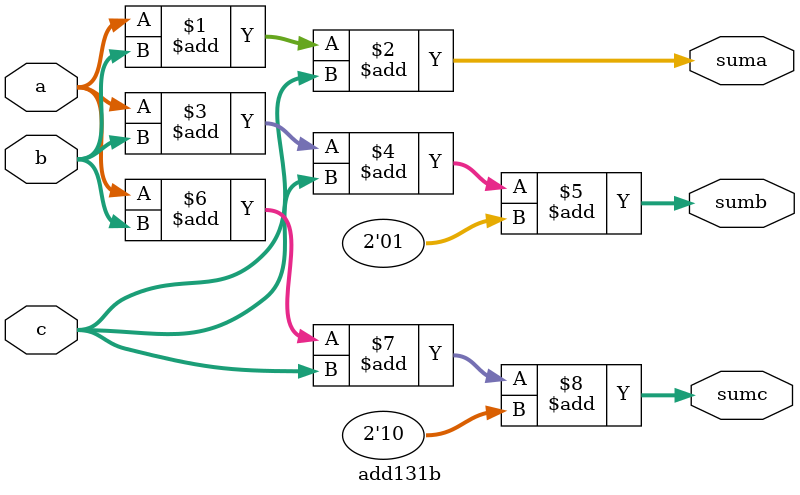
<source format=v>
`timescale 1ns / 1ps

module mpadder5 (
  input wire clk,
  input wire subtract,
  input wire [1026:0] in_a,
  input wire [1026:0] in_b,
  input wire [1026:0] in_c,
  output wire [1027:0] result
);

    wire [1026:0] MuxB = (subtract) ? ~in_b : in_b;
    wire [1027:0] Sum;
    
    
    wire [1027:0] sumA;
    wire [1027:128] sumB;
    wire [1027:128] sumC;
    
    wire [13:0] carryA;
    wire [13:2] carryB;
    wire [13:2] carryC;
        
    assign {carryA[1:0],sumA[127:0]} = in_a[127:0] + MuxB[127:0] + in_c[127:0] + subtract;   
    add128b A2(in_a[255:128], MuxB[255:128], in_c[255:128], sumA[255:128], carryA[3:2], sumB[255:128], carryB[3:2], sumC[255:128], carryC[3:2]);
    add128b A3(in_a[383:256], MuxB[383:256], in_c[383:256], sumA[383:256], carryA[5:4], sumB[383:256], carryB[5:4], sumC[383:256], carryC[5:4]);
    add128b A4(in_a[511:384], MuxB[511:384], in_c[511:384], sumA[511:384], carryA[7:6], sumB[511:384], carryB[7:6], sumC[511:384], carryC[7:6]);
    add128b A5(in_a[639:512], MuxB[639:512], in_c[639:512], sumA[639:512], carryA[9:8], sumB[639:512], carryB[9:8], sumC[639:512], carryC[9:8]);
    add128b A6(in_a[767:640], MuxB[767:640], in_c[767:640], sumA[767:640], carryA[11:10], sumB[767:640], carryB[11:10], sumC[767:640], carryC[11:10]);
    add128b A7(in_a[895:768], MuxB[895:768], in_c[895:768], sumA[895:768], carryA[13:12], sumB[895:768], carryB[13:12], sumC[895:768], carryC[13:12]);
    add131b A8(in_a[1026:896], MuxB[1026:896], in_c[1026:896], sumA[1027:896], sumB[1027:896], sumC[1027:896]);
      
  
  reg [1027:0] regA;
  reg [1027:128] regB;
  reg [1027:128] regC;
  reg [13:0] regcA;
  reg [13:2] regcB;
  reg [13:2] regcC;
  reg sub;
  always @(posedge clk) 
  begin
    regA <= sumA;
    regB <= sumB;
    regC <= sumC;
    regcA <= carryA;
    regcB <= carryB;
    regcC <= carryC;
    sub <= subtract;
  end  
  
  wire [29:0] carry;
  
    assign carry[1:0] = regcA[1:0];
    assign carry[3:2] = carry[1]? (regcC[3:2]): (carry[0]? regcB[3:2]: regcA[3:2]);
    assign carry[5:4] = carry[3]? (regcC[5:4]): (carry[2]? regcB[5:4]: regcA[5:4]);
    assign carry[7:6] = carry[5]? (regcC[7:6]): (carry[4]? regcB[7:6]: regcA[7:6]);
    assign carry[9:8] = carry[7]? (regcC[9:8]): (carry[6]? regcB[9:8]: regcA[9:8]);
    assign carry[11:10] = carry[9]? (regcC[11:10]): (carry[8]? regcB[11:10]: regcA[11:10]);
    assign carry[13:12] = carry[11]? (regcC[13:12]): (carry[10]? regcB[13:12]: regcA[13:12]);
  
    assign Sum[127:0] = regA[127:0];
    assign Sum[255:128] = carry[1]? (regC[255:128]) : (carry[0]? regB[255:128]: regA[255:128]);
    assign Sum[383:256] = carry[3]? (regC[383:256]) : (carry[2]? regB[383:256]: regA[383:256]);
    assign Sum[511:384] = carry[5]? (regC[511:384]) : (carry[4]? regB[511:384]: regA[511:384]);
    assign Sum[639:512] = carry[7]? (regC[639:512]) : (carry[6]? regB[639:512]: regA[639:512]);
    assign Sum[767:640] = carry[9]? (regC[767:640]) : (carry[8]? regB[767:640]: regA[767:640]);
    assign Sum[895:768] = carry[11]? (regC[895:768]) : (carry[10]? regB[895:768]: regA[895:768]);
    assign Sum[1027:896] = carry[13]? (regC[1027:896]) : (carry[12]? regB[1027:896]: regA[1027:896]);

  wire carry_out = sub ^ Sum[1027];
  assign result = {carry_out, Sum[1026:0]};


endmodule

module add128b(
    input wire [127:0] a,
    input wire [127:0] b,
    input wire [127:0] c,
    output wire [127:0] suma,
    output wire [1:0] carrya,
    output wire [127:0] sumb,
    output wire [1:0] carryb,
    output wire [127:0] sumc,
    output wire [1:0] carryc
    );
    
    assign {carrya, suma} = a+b+c;
    assign {carryb, sumb} = a+b+c+2'b01;
    assign {carryc, sumc} = a+b+c+2'b10;
endmodule

module add131b(
    input wire [130:0] a,
    input wire [130:0] b,
    input wire [130:0] c,
    output wire [131:0] suma,
    output wire [131:0] sumb,
    output wire [131:0] sumc
    );
    
    assign suma= a+b+c;
    assign sumb = a+b+c+2'b01;
    assign sumc = a+b+c+2'b10;
endmodule

</source>
